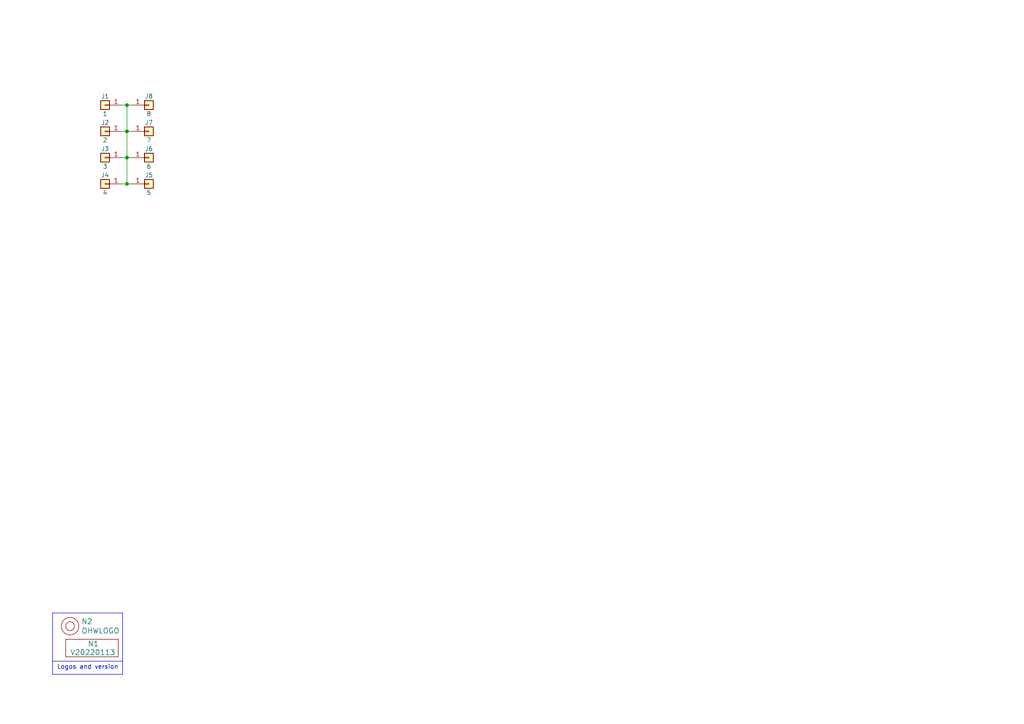
<source format=kicad_sch>
(kicad_sch (version 20230121) (generator eeschema)
  (paper "A4")
  (lib_symbols
    (symbol "Connector_Generic:Conn_01x01" (pin_names (offset 1.016) hide)
      (property "Reference" "J" (at 0 2.54 0))
      (property "Value" "Conn_01x01" (at 0 -2.54 0))
      (symbol "Conn_01x01_1_1"
        (rectangle (start -1.27 0.127) (end 0 -0.127) (stroke (width 0.1524)))
        (rectangle (start -1.27 1.27) (end 1.27 -1.27) (stroke (width 0.254)) (fill (type background)))
        (pin passive line (at -5.08 0 0) (length 3.81) (name "Pin_1") (number "1"))
      )
    )
    (symbol "SquantorLabels:OHWLOGO" (pin_names (offset 1.016))
      (property "Reference" "N" (at 0 3.81 0))
      (property "Value" "OHWLOGO" (at 0 -3.81 0))
      (symbol "OHWLOGO_0_1"
        (circle (center 0 0) (radius 1.27))
        (circle (center 0 0) (radius 2.54))
      )
    )
    (symbol "SquantorLabels:VYYYYMMDD" (pin_names (offset 1.016))
      (property "Reference" "N" (at 0 2.54 0))
      (property "Value" "VYYYYMMDD" (at 0 0 0))
      (symbol "VYYYYMMDD_0_1"
        (rectangle (start 7.62 -1.27) (end -7.62 3.81))
      )
    )
  )
  (junction (at 36.83 30.48))
  (junction (at 36.83 38.1))
  (junction (at 36.83 53.34))
  (junction (at 36.83 45.72))
  (wire (pts (xy 36.83 53.34) (xy 38.1 53.34)))
  (wire (pts (xy 36.83 38.1) (xy 38.1 38.1)))
  (wire (pts (xy 36.83 45.72) (xy 35.56 45.72)))
  (wire (pts (xy 36.83 53.34) (xy 36.83 45.72)))
  (wire (pts (xy 36.83 38.1) (xy 35.56 38.1)))
  (wire (pts (xy 36.83 38.1) (xy 36.83 45.72)))
  (wire (pts (xy 36.83 30.48) (xy 36.83 38.1)))
  (polyline (pts (xy 15.24 191.77) (xy 35.56 191.77)))
  (wire (pts (xy 36.83 30.48) (xy 38.1 30.48)))
  (polyline (pts (xy 35.56 195.58) (xy 35.56 177.8)))
  (wire (pts (xy 36.83 45.72) (xy 38.1 45.72)))
  (polyline (pts (xy 15.24 195.58) (xy 35.56 195.58)))
  (wire (pts (xy 35.56 30.48) (xy 36.83 30.48)))
  (polyline (pts (xy 35.56 177.8) (xy 15.24 177.8)))
  (polyline (pts (xy 15.24 177.8) (xy 15.24 195.58)))
  (wire (pts (xy 35.56 53.34) (xy 36.83 53.34)))
  (text "Logos and version" (at 16.51 194.31 0) (effects (font (size 1.27 1.27)) (justify left bottom)))
  (symbol (lib_id "SquantorLabels:VYYYYMMDD") (at 26.67 189.23 0) (unit 1)
    (property "Reference" "N1" (at 25.4 186.69 0) (effects (font (size 1.524 1.524)) (justify left)))
    (property "Value" "V20220113" (at 20.32 189.23 0) (effects (font (size 1.524 1.524)) (justify left)))
    (property "Footprint" "SquantorLabels:Label_Generic" (effects hide))
  )
  (symbol (lib_id "SquantorLabels:OHWLOGO") (at 20.32 181.61 0) (unit 1)
    (property "Reference" "N2" (at 23.5712 180.2638 0) (effects (font (size 1.524 1.524)) (justify left)))
    (property "Value" "OHWLOGO" (at 23.5712 182.9562 0) (effects (font (size 1.524 1.524)) (justify left)))
    (property "Footprint" "Symbol:OSHW-Symbol_6.7x6mm_SilkScreen" (effects hide))
  )
  (symbol (lib_id "Connector_Generic:Conn_01x01") (at 30.48 38.1 180) (unit 1)
    (property "Reference" "J2" (at 30.48 35.56 0))
    (property "Value" "2" (at 30.48 40.64 0))
    (property "Footprint" "mill-max:PC_pin_nail_head_6092" (effects hide))
  )
  (symbol (lib_id "Connector_Generic:Conn_01x01") (at 30.48 30.48 180) (unit 1)
    (property "Reference" "J1" (at 30.48 27.94 0))
    (property "Value" "1" (at 30.48 33.02 0))
    (property "Footprint" "mill-max:PC_pin_nail_head_6092" (effects hide))
  )
  (symbol (lib_id "Connector_Generic:Conn_01x01") (at 30.48 45.72 0) (mirror y) (unit 1)
    (property "Reference" "J3" (at 30.48 43.18 0))
    (property "Value" "3" (at 30.48 48.26 0))
    (property "Footprint" "mill-max:PC_pin_nail_head_6092" (effects hide))
  )
  (symbol (lib_id "Connector_Generic:Conn_01x01") (at 30.48 53.34 0) (mirror y) (unit 1)
    (property "Reference" "J4" (at 30.48 50.8 0))
    (property "Value" "4" (at 30.48 55.88 0))
    (property "Footprint" "mill-max:PC_pin_nail_head_6092" (effects hide))
  )
  (symbol (lib_id "Connector_Generic:Conn_01x01") (at 43.18 53.34 0) (unit 1)
    (property "Reference" "J5" (at 43.18 50.8 0))
    (property "Value" "5" (at 43.18 55.88 0))
    (property "Footprint" "mill-max:PC_pin_nail_head_6092" (effects hide))
  )
  (symbol (lib_id "Connector_Generic:Conn_01x01") (at 43.18 45.72 0) (mirror x) (unit 1)
    (property "Reference" "J6" (at 43.18 43.18 0))
    (property "Value" "6" (at 43.18 48.26 0))
    (property "Footprint" "mill-max:PC_pin_nail_head_6092" (effects hide))
  )
  (symbol (lib_id "Connector_Generic:Conn_01x01") (at 43.18 38.1 0) (mirror x) (unit 1)
    (property "Reference" "J7" (at 43.18 35.56 0))
    (property "Value" "7" (at 43.18 40.64 0))
    (property "Footprint" "mill-max:PC_pin_nail_head_6092" (effects hide))
  )
  (symbol (lib_id "Connector_Generic:Conn_01x01") (at 43.18 30.48 0) (mirror x) (unit 1)
    (property "Reference" "J8" (at 43.18 27.94 0))
    (property "Value" "8" (at 43.18 33.02 0))
    (property "Footprint" "mill-max:PC_pin_nail_head_6092" (effects hide))
  )
)
</source>
